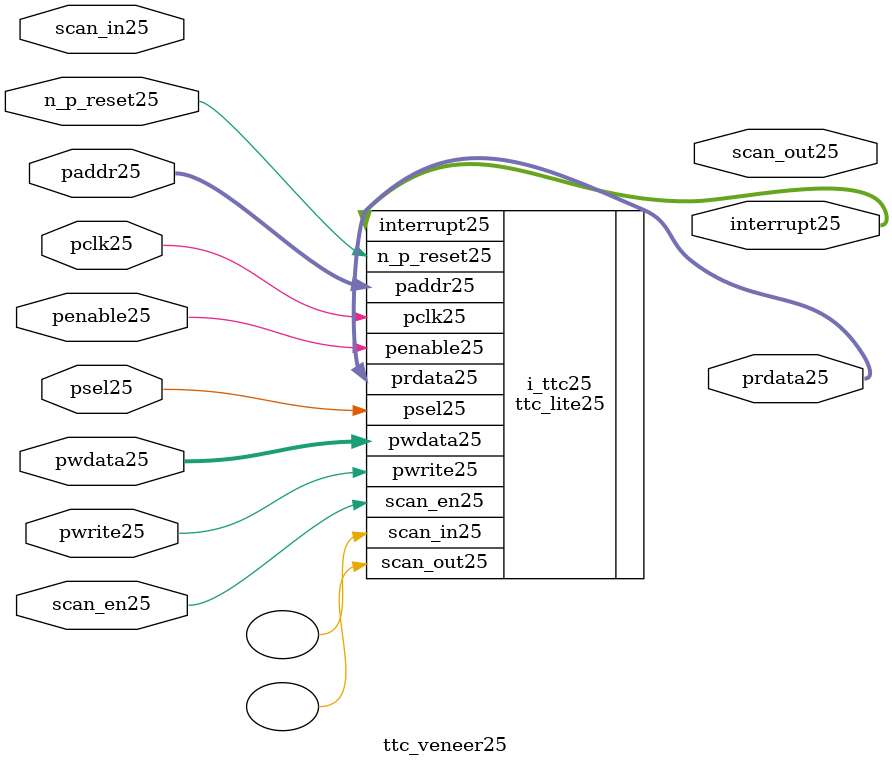
<source format=v>
module ttc_veneer25 (
           
           //inputs25
           n_p_reset25,
           pclk25,
           psel25,
           penable25,
           pwrite25,
           pwdata25,
           paddr25,
           scan_in25,
           scan_en25,

           //outputs25
           prdata25,
           interrupt25,
           scan_out25           

           );


//-----------------------------------------------------------------------------
// PORT DECLARATIONS25
//-----------------------------------------------------------------------------

   input         n_p_reset25;            //System25 Reset25
   input         pclk25;                 //System25 clock25
   input         psel25;                 //Select25 line
   input         penable25;              //Enable25
   input         pwrite25;               //Write line, 1 for write, 0 for read
   input [31:0]  pwdata25;               //Write data
   input [7:0]   paddr25;                //Address Bus25 register
   input         scan_in25;              //Scan25 chain25 input port
   input         scan_en25;              //Scan25 chain25 enable port
   
   output [31:0] prdata25;               //Read Data from the APB25 Interface25
   output [3:1]  interrupt25;            //Interrupt25 from PCI25 
   output        scan_out25;             //Scan25 chain25 output port

//##############################################################################
// if the TTC25 is NOT25 black25 boxed25 
//##############################################################################
`ifndef FV_KIT_BLACK_BOX_TTC25 

ttc_lite25 i_ttc25(

   //inputs25
   .n_p_reset25(n_p_reset25),
   .pclk25(pclk25),
   .psel25(psel25),
   .penable25(penable25),
   .pwrite25(pwrite25),
   .pwdata25(pwdata25),
   .paddr25(paddr25),
   .scan_in25(),
   .scan_en25(scan_en25),

   //outputs25
   .prdata25(prdata25),
   .interrupt25(interrupt25),
   .scan_out25()
);

`else 
//##############################################################################
// if the TTC25 is black25 boxed25 
//##############################################################################

   wire          n_p_reset25;            //System25 Reset25
   wire          pclk25;                 //System25 clock25
   wire          psel25;                 //Select25 line
   wire          penable25;              //Enable25
   wire          pwrite25;               //Write line, 1 for write, 0 for read
   wire  [31:0]  pwdata25;               //Write data
   wire  [7:0]   paddr25;                //Address Bus25 register
   wire          scan_in25;              //Scan25 chain25 wire  port
   wire          scan_en25;              //Scan25 chain25 enable port
   
   reg    [31:0] prdata25;               //Read Data from the APB25 Interface25
   reg    [3:1]  interrupt25;            //Interrupt25 from PCI25 
   reg           scan_out25;             //Scan25 chain25 reg    port

`endif
//##############################################################################
// black25 boxed25 defines25 
//##############################################################################

endmodule

</source>
